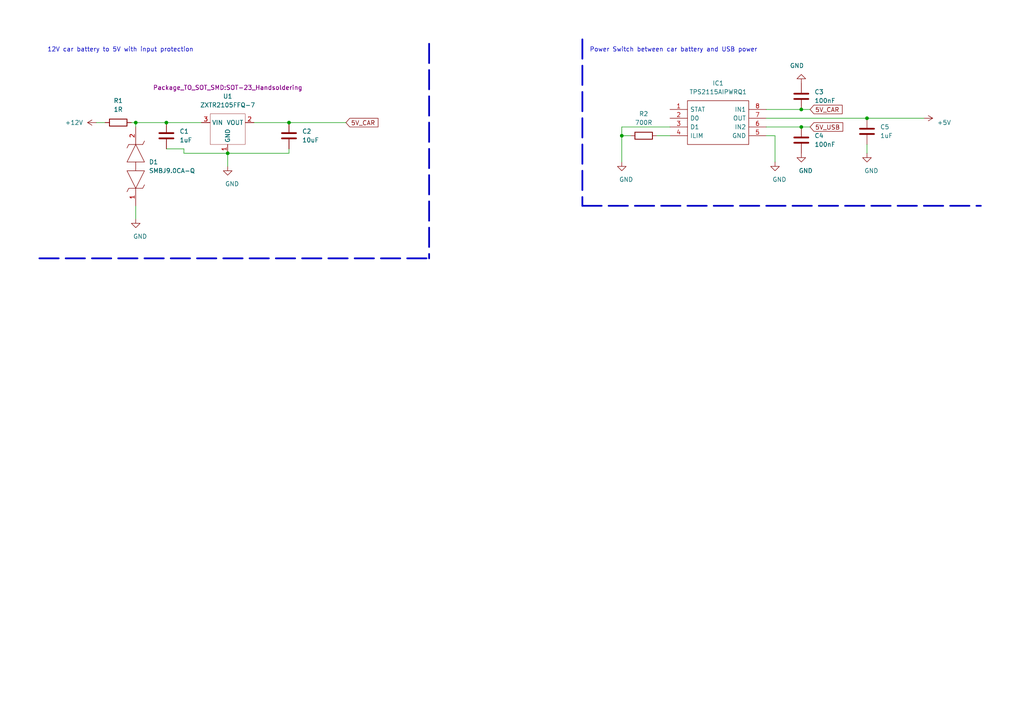
<source format=kicad_sch>
(kicad_sch (version 20210126) (generator eeschema)
  (paper "A4")
  (title_block (title "CAN Bus Alfa Speed Display") (date "2021-04-16") (rev "1") (comment 1 "Author: James Fletcher"))
  (lib_symbols
    (symbol "Device:C" (pin_numbers hide) (pin_names (offset 0.254))
      (property "Reference" "C" (at 0.635 2.54 0))
      (property "Value" "C" (at 0.635 -2.54 0))
      (symbol "C_0_1"
        (polyline (pts (xy -2.032 -0.762) (xy 2.032 -0.762)) (stroke (width 0.508)))
        (polyline (pts (xy -2.032 0.762) (xy 2.032 0.762)) (stroke (width 0.508)))
      )
      (symbol "C_1_1"
        (pin passive line (at 0 3.81 270) (length 2.794) (name "~") (number "1"))
        (pin passive line (at 0 -3.81 90) (length 2.794) (name "~") (number "2"))
      )
    )
    (symbol "Device:R" (pin_numbers hide) (pin_names (offset 0))
      (property "Reference" "R" (at 2.032 0 90))
      (property "Value" "R" (at 0 0 90))
      (symbol "R_0_1"
        (rectangle (start -1.016 -2.54) (end 1.016 2.54) (stroke (width 0.254)))
      )
      (symbol "R_1_1"
        (pin passive line (at 0 3.81 270) (length 1.27) (name "~") (number "1"))
        (pin passive line (at 0 -3.81 90) (length 1.27) (name "~") (number "2"))
      )
    )
    (symbol "Parts:ZXTR2105FFQ-7"
      (property "Reference" "U" (at 3.81 -5.08 0))
      (property "Value" "ZXTR2105FFQ-7" (at 0 5.08 0))
      (symbol "ZXTR2105FFQ-7_0_1"
        (rectangle (start -5.08 3.81) (end 5.08 -5.08) (stroke (width 0.0006)))
      )
      (symbol "ZXTR2105FFQ-7_1_1"
        (pin input line (at -7.62 1.27 0) (length 2.54) (name "VIN") (number "3"))
        (pin input line (at 0 -7.62 90) (length 2.54) (name "GND") (number "1"))
        (pin output line (at 7.62 1.27 180) (length 2.54) (name "VOUT") (number "2"))
      )
    )
    (symbol "SamacSys_Parts:SMBJ9.0CA-Q" (pin_names (offset 0.762))
      (property "Reference" "D" (at 15.24 8.89 0))
      (property "Value" "SMBJ9.0CA-Q" (at 15.24 6.35 0))
      (symbol "SMBJ9.0CA-Q_0_0"
        (pin passive line (at 0 0 0) (length 5.08) (name "~") (number "1"))
        (pin passive line (at 22.86 0 180) (length 5.08) (name "~") (number "2"))
      )
      (symbol "SMBJ9.0CA-Q_0_1"
        (polyline (pts (xy 17.78 0) (xy 12.7 -2.54) (xy 12.7 2.54) (xy 17.78 0)) (stroke (width 0.1524)))
        (polyline (pts (xy 5.08 0) (xy 10.16 -2.54) (xy 10.16 2.54) (xy 5.08 0)) (stroke (width 0.1524)))
        (polyline (pts (xy 5.08 -2.032) (xy 5.08 2.032)) (stroke (width 0.1524)))
        (polyline (pts (xy 4.064 2.54) (xy 5.08 2.032)) (stroke (width 0.1524)))
        (polyline (pts (xy 5.08 -2.032) (xy 6.096 -2.54)) (stroke (width 0.1524)))
        (polyline (pts (xy 17.78 -2.032) (xy 17.78 2.032)) (stroke (width 0.1524)))
        (polyline (pts (xy 16.764 2.54) (xy 17.78 2.032)) (stroke (width 0.1524)))
        (polyline (pts (xy 17.78 -2.032) (xy 18.796 -2.54)) (stroke (width 0.1524)))
        (polyline (pts (xy 10.16 0) (xy 12.7 0)) (stroke (width 0.1524)))
      )
    )
    (symbol "SamacSys_Parts:TPS2115AIPWRQ1" (pin_names (offset 0.762))
      (property "Reference" "IC" (at 24.13 7.62 0))
      (property "Value" "TPS2115AIPWRQ1" (at 24.13 5.08 0))
      (symbol "TPS2115AIPWRQ1_0_0"
        (pin passive line (at 0 0 0) (length 5.08) (name "STAT") (number "1"))
        (pin passive line (at 0 -2.54 0) (length 5.08) (name "D0") (number "2"))
        (pin passive line (at 0 -5.08 0) (length 5.08) (name "D1") (number "3"))
        (pin passive line (at 0 -7.62 0) (length 5.08) (name "ILIM") (number "4"))
        (pin passive line (at 27.94 0 180) (length 5.08) (name "IN1") (number "8"))
        (pin passive line (at 27.94 -2.54 180) (length 5.08) (name "OUT") (number "7"))
        (pin passive line (at 27.94 -5.08 180) (length 5.08) (name "IN2") (number "6"))
        (pin passive line (at 27.94 -7.62 180) (length 5.08) (name "GND") (number "5"))
      )
      (symbol "TPS2115AIPWRQ1_0_1"
        (polyline (pts (xy 5.08 2.54) (xy 22.86 2.54) (xy 22.86 -10.16) (xy 5.08 -10.16) (xy 5.08 2.54)) (stroke (width 0.1524)))
      )
    )
    (symbol "power:+12V" (power) (pin_names (offset 0))
      (property "Value" "+12V" (at 0 3.556 0))
      (symbol "+12V_0_1"
        (polyline (pts (xy -0.762 1.27) (xy 0 2.54)))
        (polyline (pts (xy 0 0) (xy 0 2.54)))
        (polyline (pts (xy 0 2.54) (xy 0.762 1.27)))
      )
      (symbol "+12V_1_1"
        (pin power_in line (at 0 0 90) (length 0) hide (name "+12V") (number "1"))
      )
    )
    (symbol "power:+5V" (power) (pin_names (offset 0))
      (property "Value" "+5V" (at 0 3.556 0))
      (symbol "+5V_0_1"
        (polyline (pts (xy -0.762 1.27) (xy 0 2.54)))
        (polyline (pts (xy 0 0) (xy 0 2.54)))
        (polyline (pts (xy 0 2.54) (xy 0.762 1.27)))
      )
      (symbol "+5V_1_1"
        (pin power_in line (at 0 0 90) (length 0) hide (name "+5V") (number "1"))
      )
    )
    (symbol "power:GND" (power) (pin_names (offset 0))
      (property "Value" "GND" (at 0 -3.81 0))
      (symbol "GND_0_1"
        (polyline (pts (xy 0 0) (xy 0 -1.27) (xy 1.27 -1.27) (xy 0 -2.54) (xy -1.27 -1.27) (xy 0 -1.27)))
      )
      (symbol "GND_1_1"
        (pin power_in line (at 0 0 270) (length 0) hide (name "GND") (number "1"))
      )
    )
  )
  (junction (at 39.37 35.56) (diameter 0.9144))
  (junction (at 48.26 35.56) (diameter 0.9144))
  (junction (at 66.04 44.45) (diameter 0.9144))
  (junction (at 83.82 35.56) (diameter 0.9144))
  (junction (at 180.34 39.37) (diameter 0.9144))
  (junction (at 232.41 31.75) (diameter 0.9144))
  (junction (at 232.41 36.83) (diameter 0.9144))
  (junction (at 251.46 34.29) (diameter 0.9144))
  (wire (pts (xy 27.94 35.56) (xy 30.48 35.56)))
  (wire (pts (xy 38.1 35.56) (xy 39.37 35.56)))
  (wire (pts (xy 39.37 35.56) (xy 39.37 36.83)))
  (wire (pts (xy 39.37 35.56) (xy 48.26 35.56)))
  (wire (pts (xy 39.37 59.69) (xy 39.37 63.5)))
  (wire (pts (xy 48.26 35.56) (xy 58.42 35.56)))
  (wire (pts (xy 48.26 43.18) (xy 53.34 43.18)))
  (wire (pts (xy 53.34 43.18) (xy 53.34 44.45)))
  (wire (pts (xy 53.34 44.45) (xy 66.04 44.45)))
  (wire (pts (xy 66.04 44.45) (xy 66.04 48.26)))
  (wire (pts (xy 73.66 35.56) (xy 83.82 35.56)))
  (wire (pts (xy 83.82 35.56) (xy 100.33 35.56)))
  (wire (pts (xy 83.82 43.18) (xy 83.82 44.45)))
  (wire (pts (xy 83.82 44.45) (xy 66.04 44.45)))
  (wire (pts (xy 180.34 36.83) (xy 180.34 39.37)))
  (wire (pts (xy 180.34 36.83) (xy 194.31 36.83)))
  (wire (pts (xy 180.34 39.37) (xy 180.34 46.99)))
  (wire (pts (xy 180.34 39.37) (xy 182.88 39.37)))
  (wire (pts (xy 190.5 39.37) (xy 194.31 39.37)))
  (wire (pts (xy 222.25 31.75) (xy 232.41 31.75)))
  (wire (pts (xy 222.25 34.29) (xy 251.46 34.29)))
  (wire (pts (xy 222.25 36.83) (xy 232.41 36.83)))
  (wire (pts (xy 222.25 39.37) (xy 224.79 39.37)))
  (wire (pts (xy 224.79 39.37) (xy 224.79 46.99)))
  (wire (pts (xy 232.41 31.75) (xy 234.95 31.75)))
  (wire (pts (xy 232.41 36.83) (xy 234.95 36.83)))
  (wire (pts (xy 251.46 34.29) (xy 267.97 34.29)))
  (wire (pts (xy 251.46 41.91) (xy 251.46 44.45)))
  (polyline (pts (xy 11.43 74.93) (xy 124.46 74.93)) (stroke (width 0.508) (type dash)))
  (polyline (pts (xy 124.46 12.7) (xy 124.46 74.93)) (stroke (width 0.508) (type dash)))
  (polyline (pts (xy 168.91 11.43) (xy 168.91 59.69)) (stroke (width 0.508) (type dash)))
  (polyline (pts (xy 168.91 59.69) (xy 284.48 59.69)) (stroke (width 0.508) (type dash)))
  (text "12V car battery to 5V with input protection " (at 57.15 15.24 180) (effects (font (size 1.27 1.27)) (justify right bottom)))
  (text "Power Switch between car battery and USB power" (at 219.71 15.24 180) (effects (font (size 1.27 1.27)) (justify right bottom)))
  (global_label "5V_CAR" (shape input) (at 100.33 35.56 0) (property "Intersheet References" "${INTERSHEET_REFS}" (effects hide)))
  (global_label "5V_CAR" (shape input) (at 234.95 31.75 0) (property "Intersheet References" "${INTERSHEET_REFS}" (effects hide)))
  (global_label "5V_USB" (shape input) (at 234.95 36.83 0) (property "Intersheet References" "${INTERSHEET_REFS}" (effects hide)))
  (symbol (lib_id "power:+12V") (at 27.94 35.56 90) (unit 1)
    (property "Reference" "#PWR01" (effects hide))
    (property "Value" "+12V" (at 24.13 35.56 90) (effects (justify left)))
  )
  (symbol (lib_id "power:+5V") (at 267.97 34.29 270) (unit 1)
    (property "Reference" "#PWR09" (effects hide))
    (property "Value" "+5V" (at 271.78 35.56 90) (effects (justify left)))
  )
  (symbol (lib_id "power:GND") (at 39.37 63.5 0) (unit 1)
    (property "Reference" "#PWR02" (effects hide))
    (property "Value" "GND" (at 40.64 68.58 0))
  )
  (symbol (lib_id "power:GND") (at 66.04 48.26 0) (unit 1)
    (property "Reference" "#PWR03" (effects hide))
    (property "Value" "GND" (at 67.31 53.34 0))
  )
  (symbol (lib_id "power:GND") (at 180.34 46.99 0) (unit 1)
    (property "Reference" "#PWR04" (effects hide))
    (property "Value" "GND" (at 181.61 52.07 0))
  )
  (symbol (lib_id "power:GND") (at 224.79 46.99 0) (unit 1)
    (property "Reference" "#PWR05" (effects hide))
    (property "Value" "GND" (at 226.06 52.07 0))
  )
  (symbol (lib_id "power:GND") (at 232.41 24.13 180) (unit 1)
    (property "Reference" "#PWR06" (effects hide))
    (property "Value" "GND" (at 231.14 19.05 0))
  )
  (symbol (lib_id "power:GND") (at 232.41 44.45 0) (unit 1)
    (property "Reference" "#PWR07" (effects hide))
    (property "Value" "GND" (at 233.68 49.53 0))
  )
  (symbol (lib_id "power:GND") (at 251.46 44.45 0) (unit 1)
    (property "Reference" "#PWR08" (effects hide))
    (property "Value" "GND" (at 252.73 49.53 0))
  )
  (symbol (lib_id "Device:R") (at 34.29 35.56 90) (unit 1)
    (property "Reference" "R1" (at 34.29 29.21 90))
    (property "Value" "1R" (at 34.29 31.75 90))
    (property "Footprint" "Resistor_SMD:R_0603_1608Metric_Pad0.98x0.95mm_HandSolder" (effects hide))
  )
  (symbol (lib_id "Device:R") (at 186.69 39.37 90) (unit 1)
    (property "Reference" "R2" (at 186.69 33.02 90))
    (property "Value" "700R" (at 186.69 35.56 90))
    (property "Footprint" "Resistor_SMD:R_0603_1608Metric_Pad0.98x0.95mm_HandSolder" (effects hide))
  )
  (symbol (lib_id "Device:C") (at 48.26 39.37 0) (unit 1)
    (property "Reference" "C1" (at 52.07 38.1 0) (effects (justify left)))
    (property "Value" "1uF" (at 52.07 40.64 0) (effects (justify left)))
    (property "Footprint" "Capacitor_SMD:C_0603_1608Metric_Pad1.08x0.95mm_HandSolder" (effects hide))
  )
  (symbol (lib_id "Device:C") (at 83.82 39.37 0) (unit 1)
    (property "Reference" "C2" (at 87.63 38.1 0) (effects (justify left)))
    (property "Value" "10uF" (at 87.63 40.64 0) (effects (justify left)))
    (property "Footprint" "Capacitor_SMD:C_0603_1608Metric_Pad1.08x0.95mm_HandSolder" (effects hide))
  )
  (symbol (lib_id "Device:C") (at 232.41 27.94 0) (unit 1)
    (property "Reference" "C3" (at 236.22 26.67 0) (effects (justify left)))
    (property "Value" "100nF" (at 236.22 29.21 0) (effects (justify left)))
    (property "Footprint" "Capacitor_SMD:C_0603_1608Metric_Pad1.08x0.95mm_HandSolder" (effects hide))
  )
  (symbol (lib_id "Device:C") (at 232.41 40.64 0) (unit 1)
    (property "Reference" "C4" (at 236.22 39.37 0) (effects (justify left)))
    (property "Value" "100nF" (at 236.22 41.91 0) (effects (justify left)))
    (property "Footprint" "Capacitor_SMD:C_0603_1608Metric_Pad1.08x0.95mm_HandSolder" (effects hide))
  )
  (symbol (lib_id "Device:C") (at 251.46 38.1 0) (unit 1)
    (property "Reference" "C5" (at 255.27 36.83 0) (effects (justify left)))
    (property "Value" "1uF" (at 255.27 39.37 0) (effects (justify left)))
    (property "Footprint" "Capacitor_SMD:C_0603_1608Metric_Pad1.08x0.95mm_HandSolder" (effects hide))
  )
  (symbol (lib_id "SamacSys_Parts:SMBJ9.0CA-Q") (at 39.37 59.69 90) (unit 1)
    (property "Reference" "D1" (at 43.18 46.99 90) (effects (justify right)))
    (property "Value" "SMBJ9.0CA-Q" (at 43.18 49.53 90) (effects (justify right)))
    (property "Footprint" "SamacSys_Parts:DIONM5127X229N" (effects hide))
    (property "Datasheet" "https://www.bourns.com/docs/Product-Datasheets/SMBJ-Q.pdf" (effects hide))
    (property "Description" "SMBJ-Q Transient Voltage Suppressor Diode Series, Bi-Directional" (effects hide))
    (property "Height" "2.29" (effects hide))
    (property "Mouser Part Number" "652-SMBJ9.0CA-Q" (effects hide))
    (property "Mouser Price/Stock" "https://www.mouser.co.uk/ProductDetail/Bourns/SMBJ90CA-Q?qs=T94vaHKWudScXTPTDUOGNg%3D%3D" (effects hide))
    (property "Manufacturer_Name" "Bourns" (effects hide))
    (property "Manufacturer_Part_Number" "SMBJ9.0CA-Q" (effects hide))
  )
  (symbol (lib_id "Parts:ZXTR2105FFQ-7") (at 66.04 36.83 0) (unit 1)
    (property "Reference" "U1" (at 66.04 27.94 0))
    (property "Value" "ZXTR2105FFQ-7" (at 66.04 30.48 0))
    (property "Footprint" "Package_TO_SOT_SMD:SOT-23_Handsoldering" (at 66.04 25.4 0))
  )
  (symbol (lib_id "SamacSys_Parts:TPS2115AIPWRQ1") (at 194.31 31.75 0) (unit 1)
    (property "Reference" "IC1" (at 208.28 24.13 0))
    (property "Value" "TPS2115AIPWRQ1" (at 208.28 26.67 0))
    (property "Footprint" "SamacSys_Parts:SOP65P640X120-8N" (effects hide))
    (property "Datasheet" "http://componentsearchengine.com/Datasheets/1/TPS2115AIPWRQ1.pdf" (effects hide))
    (property "Description" "Automotive Autoswitching Power Mux" (effects hide))
    (property "Height" "1.2" (effects hide))
    (property "Mouser Part Number" "595-TPS2115AIPWRQ1" (effects hide))
    (property "Mouser Price/Stock" "https://www.mouser.co.uk/ProductDetail/Texas-Instruments/TPS2115AIPWRQ1?qs=IDSsxkoac0yJ8twoaysKxw%3D%3D" (effects hide))
    (property "Manufacturer_Name" "Texas Instruments" (effects hide))
    (property "Manufacturer_Part_Number" "TPS2115AIPWRQ1" (effects hide))
  )
)
</source>
